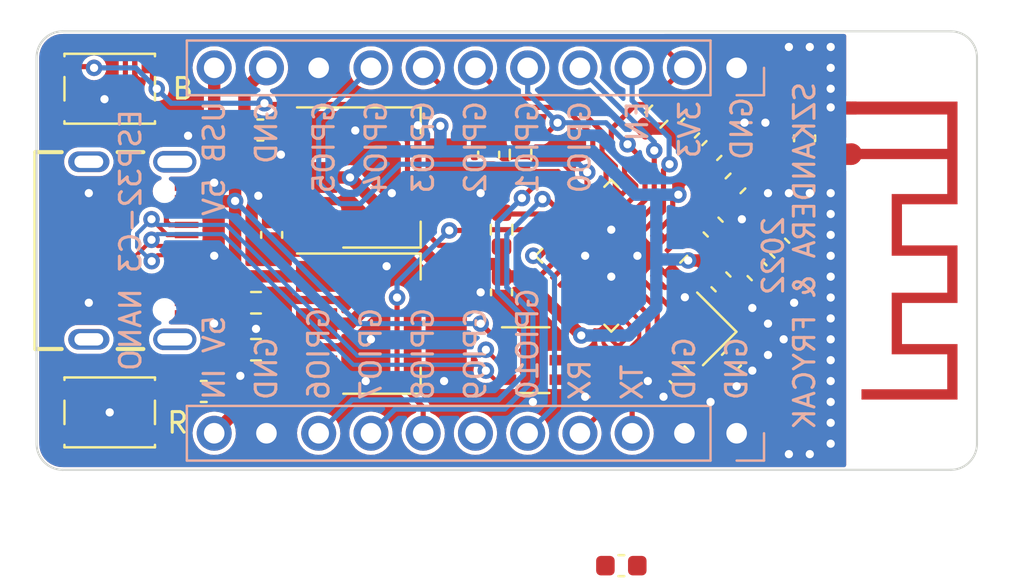
<source format=kicad_pcb>
(kicad_pcb (version 20211014) (generator pcbnew)
  (layers (0 "F.Cu" signal) (31 "B.Cu" signal) (34 "B.Paste" user) (35 "F.Paste" user) (36 "B.SilkS" user "B.Silkscreen") (37 "F.SilkS" user "F.Silkscreen") (38 "B.Mask" user) (39 "F.Mask" user) (44 "Edge.Cuts" user))
  (net 0 "")
  (net 1 "GND")
  (net 2 "Net-(C14-Pad1)")
  (net 3 "+3V3")
  (net 13 "VDD")
  (net 14 "Net-(J1-PadA5)")
  (net 15 "Net-(J1-PadB5)")
  (net 17 "/USB_D-")
  (net 18 "/USB_D+")
  (net 19 "/EN")
  (net 20 "/BOOT")
  (net 21 "/GPIO0")
  (net 22 "/GPIO1")
  (net 23 "/GPIO2")
  (net 24 "/GPIO3")
  (net 25 "/GPIO4")
  (net 26 "/GPIO5")
  (net 27 "/GPIO6")
  (net 28 "/GPIO7")
  (net 29 "/GPIO8")
  (net 30 "/GPIO10")
  (net 31 "/RX")
  (net 32 "/TX")
  (net 33 "/D_P")
  (net 34 "/D_N")
  (net 35 "/VIN")
  (net 36 "/USB_+5V")
  (net 37 "/GPIO9")
  (net 38 "/ANT")
  (net 39 "Net-(AE1-Pad1)")
  (net 40 "Net-(C15-Pad1)")
  (footprint "Resistor_SMD:R_0603_1608Metric" (layer "F.Cu") (at 161.036 74.422)
    (fp_text reference "R3" hide)
    (fp_text value "5k1" hide)
  )
  (footprint "Button_Switch_SMD:SW_SPST_PTS810" (layer "F.Cu") (at 153.924 64.008)
    (fp_text reference "SW2" hide)
    (fp_text value "SW_Push" hide)
  )
  (footprint "Capacitor_SMD:C_0603_1608Metric" (layer "F.Cu") (at 172.974 73.914 -90)
    (fp_text reference "C11" hide)
    (fp_text value "0.1u" hide)
  )
  (footprint "Package_SO:TSOP-6_1.65x3.05mm_P0.95mm" (layer "F.Cu") (at 174.498 77.216)
    (fp_text reference "IC1" hide)
    (fp_text value "STF202-22T1G" hide)
  )
  (footprint "Crystal:Crystal_SMD_2016-4Pin_2.0x1.6mm" (layer "F.Cu") (at 182.626 75.692 135)
    (fp_text reference "Y1" hide)
    (fp_text value "40MHz" hide)
  )
  (footprint "Resistor_SMD:R_0603_1608Metric" (layer "F.Cu") (at 173.898 67.214 90)
    (fp_text reference "R4" hide)
    (fp_text value "10k" hide)
  )
  (footprint "Capacitor_SMD:C_0603_1608Metric" (layer "F.Cu") (at 158.496 78.74)
    (fp_text reference "C4" hide)
    (fp_text value "1u" hide)
  )
  (footprint "Capacitor_SMD:C_0603_1608Metric" (layer "F.Cu") (at 183.261 70.739 -45)
    (fp_text reference "C13" hide)
    (fp_text value "5.3pF" hide)
  )
  (footprint "Capacitor_SMD:C_0603_1608Metric" (layer "F.Cu") (at 187.706 66.421 90)
    (fp_text reference "C12" hide)
    (fp_text value "3.9 pF" hide)
  )
  (footprint "Resistor_SMD:R_0603_1608Metric" (layer "F.Cu") (at 180.498 65.364 45)
    (fp_text reference "R1" hide)
    (fp_text value "10k" hide)
  )
  (footprint "Package_TO_SOT_SMD:SOT-223-3_TabPin2" (layer "F.Cu") (at 167.132 68.326)
    (fp_text reference "U1" hide)
    (fp_text value "LD1117S33TR_SOT223" hide)
  )
  (footprint "Capacitor_SMD:C_0603_1608Metric" (layer "F.Cu") (at 182.116 65.922 45)
    (fp_text reference "C9" hide)
    (fp_text value "1u" hide)
  )
  (footprint "Capacitor_SMD:C_0603_1608Metric" (layer "F.Cu") (at 161.798 71.12 -90)
    (fp_text reference "C1" hide)
    (fp_text value "100n" hide)
  )
  (footprint "Capacitor_SMD:C_0603_1608Metric" (layer "F.Cu") (at 183.198 67.014 45)
    (fp_text reference "C8" hide)
    (fp_text value "10u" hide)
  )
  (footprint "Capacitor_SMD:C_0603_1608Metric" (layer "F.Cu") (at 185.398 72.864 -45)
    (fp_text reference "C7" hide)
    (fp_text value "10u" hide)
  )
  (footprint "Package_TO_SOT_SMD:SOT-223" (layer "F.Cu") (at 167.132 75.438)
    (fp_text reference "D1" hide)
    (fp_text value "BAT120C" hide)
  )
  (footprint "ESP_Antenna:ESPRESSIF_ESP32_MIFA_2.4GHz_Right" (layer "F.Cu") (at 189.992 67.332 -90)
    (fp_text reference "AE1" hide)
    (fp_text value "Antenna_Shield" hide)
  )
  (footprint "Inductor_SMD:L_0603_1608Metric" (layer "F.Cu") (at 184.348 68.614 45)
    (fp_text reference "L1" hide)
    (fp_text value "1.8 nH" hide)
  )
  (footprint "Resistor_SMD:R_0603_1608Metric" (layer "F.Cu") (at 161.036 76.708)
    (fp_text reference "R2" hide)
    (fp_text value "5k1" hide)
  )
  (footprint "Resistor_SMD:R_0603_1608Metric" (layer "F.Cu") (at 172.974 70.866 90)
    (fp_text reference "R5" hide)
    (fp_text value "10k" hide)
  )
  (footprint "Package_DFN_QFN:QFN-32-1EP_5x5mm_P0.5mm_EP3.45x3.45mm" (layer "F.Cu") (at 178.308 72.136 -135)
    (fp_text reference "U2" hide)
    (fp_text value "ESP32-C3" hide)
  )
  (footprint "Capacitor_SMD:C_0603_1608Metric" (layer "F.Cu") (at 186.498 71.764 -45)
    (fp_text reference "C10" hide)
    (fp_text value "100n" hide)
  )
  (footprint "Capacitor_SMD:C_0603_1608Metric" (layer "F.Cu") (at 183.642 73.406 -45)
    (fp_text reference "C6" hide)
    (fp_text value "100n" hide)
  )
  (footprint "Capacitor_SMD:C_0603_1608Metric" (layer "F.Cu") (at 184.15 77.216 -135)
    (fp_text reference "C15" hide)
    (fp_text value "10p" hide)
  )
  (footprint "Capacitor_SMD:C_0603_1608Metric" (layer "F.Cu") (at 181.61 77.978 -45)
    (fp_text reference "C14" hide)
    (fp_text value "10p" hide)
  )
  (footprint "Capacitor_SMD:C_0603_1608Metric" (layer "F.Cu") (at 172.348 67.214 90)
    (fp_text reference "C3" hide)
    (fp_text value "10u" hide)
  )
  (footprint "Button_Switch_SMD:SW_SPST_PTS810" (layer "F.Cu") (at 153.924 79.756)
    (fp_text reference "SW1" hide)
    (fp_text value "SW_Push" hide)
  )
  (footprint "Capacitor_SMD:C_0603_1608Metric" (layer "F.Cu") (at 178.798 87.214)
    (fp_text reference "C5" hide)
    (fp_text value "100n" hide)
  )
  (footprint "Capacitor_SMD:C_0603_1608Metric" (layer "F.Cu") (at 161.248 66.014)
    (fp_text reference "C2" hide)
    (fp_text value "1u" hide)
  )
  (footprint "USB4105-GF-A:GCT_USB4105-GF-A" (layer "F.Cu") (at 152.908 71.882 -90)
    (fp_text reference "J1" hide)
    (fp_text value "USB4105-GF-A" hide)
  )
  (footprint "Connector_PinHeader_2.54mm:PinHeader_1x11_P2.54mm_Vertical" (layer "B.Cu") (at 184.404 62.992 90)
    (fp_text reference "J3" hide)
    (fp_text value "Conn_01x11_Male" hide)
  )
  (footprint "Connector_PinHeader_2.54mm:PinHeader_1x11_P2.54mm_Vertical" (layer "B.Cu") (at 184.404 80.772 90)
    (fp_text reference "J2" hide)
    (fp_text value "Conn_01x11_Male" hide)
  )
  (gr_arc (start 196.088 81.28) (mid 195.716026 82.178026) (end 194.818 82.55) (layer "Edge.Cuts") (width 0.1))
  (gr_line (start 150.368 79.756) (end 150.368 62.484) (layer "Edge.Cuts") (width 0.1))
  (gr_arc (start 150.368 62.484) (mid 150.739974 61.585974) (end 151.638 61.214) (layer "Edge.Cuts") (width 0.1))
  (gr_line (start 194.818 82.55) (end 151.638 82.55) (layer "Edge.Cuts") (width 0.1))
  (gr_arc (start 194.818 61.214) (mid 195.716026 61.585974) (end 196.088 62.484) (layer "Edge.Cuts") (width 0.1))
  (gr_line (start 150.368 81.28) (end 150.368 79.756) (layer "Edge.Cuts") (width 0.1))
  (gr_line (start 196.088 62.484) (end 196.088 81.28) (layer "Edge.Cuts") (width 0.1))
  (gr_arc (start 151.638 82.55) (mid 150.739974 82.178026) (end 150.368 81.28) (layer "Edge.Cuts") (width 0.1))
  (gr_line (start 151.638 61.214) (end 194.818 61.214) (layer "Edge.Cuts") (width 0.1))
  (gr_text "3V3" (at 182.118 64.516 90) (layer "B.SilkS") (effects (font (size 1 1)) (justify left mirror)))
  (gr_text "GPIO10" (at 174.244 79.248 90) (layer "B.SilkS") (effects (font (size 1 1)) (justify right mirror)))
  (gr_text "GND" (at 184.404 79.248 90) (layer "B.SilkS") (effects (font (size 1 1)) (justify right mirror)))
  (gr_text "GPIO3" (at 169.164 64.516 90) (layer "B.SilkS") (effects (font (size 1 1)) (justify left mirror)))
  (gr_text "GPIO4" (at 166.878 64.516 90) (layer "B.SilkS") (effects (font (size 1 1)) (justify left mirror)))
  (gr_text "GPIO0" (at 176.784 64.516 90) (layer "B.SilkS") (effects (font (size 1 1)) (justify left mirror)))
  (gr_text "GPIO6" (at 164.084 79.248 90) (layer "B.SilkS") (effects (font (size 1 1)) (justify right mirror)))
  (gr_text "GND" (at 161.544 79.248 90) (layer "B.SilkS") (effects (font (size 1 1)) (justify right mirror)))
  (gr_text "GND" (at 161.544 64.516 90) (layer "B.SilkS") (effects (font (size 1 1)) (justify left mirror)))
  (gr_text "GPIO1" (at 174.244 64.516 90) (layer "B.SilkS") (effects (font (size 1 1)) (justify left mirror)))
  (gr_text "2022" (at 186.182 72.136 90) (layer "B.SilkS") (effects (font (size 1 1)) (justify mirror)))
  (gr_text "GND" (at 184.658 64.322 90) (layer "B.SilkS") (effects (font (size 1 1)) (justify left mirror)))
  (gr_text "ESP32-C3 NANO" (at 154.94 71.374 90) (layer "B.SilkS") (effects (font (size 1 1)) (justify mirror)))
  (gr_text "GPIO2" (at 171.704 64.516 90) (layer "B.SilkS") (effects (font (size 1 1)) (justify left mirror)))
  (gr_text "GPIO9" (at 171.704 79.248 90) (layer "B.SilkS") (effects (font (size 1 1)) (justify right mirror)))
  (gr_text "GPIO5" (at 164.338 64.516 90) (layer "B.SilkS") (effects (font (size 1 1)) (justify left mirror)))
  (gr_text "5V IN" (at 159.004 79.248 90) (layer "B.SilkS") (effects (font (size 1 1)) (justify right mirror)))
  (gr_text "TX" (at 179.324 79.248 90) (layer "B.SilkS") (effects (font (size 1 1)) (justify right mirror)))
  (gr_text "GPIO7" (at 166.624 79.248 90) (layer "B.SilkS") (effects (font (size 1 1)) (justify right mirror)))
  (gr_text "SZKANDERA & FRYCAK" (at 187.706 72.136 90) (layer "B.SilkS") (effects (font (size 1 1)) (justify mirror)))
  (gr_text "RX" (at 176.784 79.248 90) (layer "B.SilkS") (effects (font (size 1 1)) (justify right mirror)))
  (gr_text "GND" (at 181.864 79.248 90) (layer "B.SilkS") (effects (font (size 1 1)) (justify right mirror)))
  (gr_text "GPIO8" (at 169.164 79.248 90) (layer "B.SilkS") (effects (font (size 1 1)) (justify right mirror)))
  (gr_text "EN" (at 179.578 64.516 90) (layer "B.SilkS") (effects (font (size 1 1)) (justify left mirror)))
  (gr_text "USB 5V" (at 159.004 64.516 90) (layer "B.SilkS") (effects (font (size 1 1)) (justify left mirror)))
  (gr_text "R\n" (at 157.226 80.264) (layer "F.SilkS") (effects (font (size 1 1))))
  (gr_text "B\n" (at 157.48 64.008) (layer "F.SilkS") (effects (font (size 1 1))))
  (segment (start 189.009 64.947) (end 188.976 64.914) (width 0.6) (layer "F.Cu") (net 1))
  (segment (start 182.519934 74.808117) (end 182.519934 74.786434) (width 0.25) (layer "F.Cu") (net 1))
  (segment (start 182.519934 74.786434) (end 181.88705 74.15355) (width 0.25) (layer "F.Cu") (net 1))
  (segment (start 158.648 75.082) (end 158.999701 75.433701) (width 0.6) (layer "F.Cu") (net 1))
  (segment (start 157.663 75.082) (end 158.648 75.082) (width 0.6) (layer "F.Cu") (net 1))
  (segment (start 182.732066 74.808117) (end 182.504117 74.808117) (width 0.25) (layer "F.Cu") (net 1))
  (segment (start 189.982 64.947) (end 189.009 64.947) (width 0.6) (layer "F.Cu") (net 1))
  (via (at 178.308 73.152) (size 0.8) (drill 0.4) (layers "F.Cu" "B.Cu") (net 1))
  (via (at 158.999701 75.433701) (size 0.8) (drill 0.4) (layers "F.Cu" "B.Cu") (net 1))
  (via (at 188.976 70.104) (size 0.8) (drill 0.4) (layers "F.Cu" "B.Cu") (net 1))
  (via (at 185.928 75.438) (size 0.8) (drill 0.4) (layers "F.Cu" "B.Cu") (net 1))
  (via (at 167.386 72.644) (size 0.8) (drill 0.4) (layers "F.Cu" "B.Cu") (net 1))
  (via (at 186.944 61.976) (size 0.8) (drill 0.4) (layers "F.Cu" "B.Cu") (net 1))
  (via (at 159.004 72.136) (size 0.8) (drill 0.4) (layers "F.Cu" "B.Cu") (net 1))
  (via (at 161.036 75.692) (size 0.8) (drill 0.4) (layers "F.Cu" "B.Cu") (net 1))
  (via (at 188.976 80.264) (size 0.8) (drill 0.4) (layers "F.Cu" "B.Cu") (net 1))
  (via (at 170.18 78.232) (size 0.8) (drill 0.4) (layers "F.Cu" "B.Cu") (net 1))
  (via (at 184.404 78.486) (size 0.8) (drill 0.4) (layers "F.Cu" "B.Cu") (net 1))
  (via (at 162.248 67.214) (size 0.8) (drill 0.4) (layers "F.Cu" "B.Cu") (net 1))
  (via (at 161.148 69.214) (size 0.8) (drill 0.4) (layers "F.Cu" "B.Cu") (net 1))
  (via (at 188.976 69.088) (size 0.8) (drill 0.4) (layers "F.Cu" "B.Cu") (net 1))
  (via (at 167.64 69.088) (size 0.8) (drill 0.4) (layers "F.Cu" "B.Cu") (net 1))
  (via (at 152.908 69.088) (size 0.8) (drill 0.4) (layers "F.Cu" "B.Cu") (net 1))
  (via (at 188.976 81.28) (size 0.8) (drill 0.4) (layers "F.Cu" "B.Cu") (net 1))
  (via (at 185.166 77.724) (size 0.8) (drill 0.4) (layers "F.Cu" "B.Cu") (net 1))
  (via (at 174.498 79.248) (size 0.8) (drill 0.4) (layers "F.Cu" "B.Cu") (net 1))
  (via (at 166.37 78.232) (size 0.8) (drill 0.4) (layers "F.Cu" "B.Cu") (net 1))
  (via (at 184.658 70.358) (size 0.8) (drill 0.4) (layers "F.Cu" "B.Cu") (net 1))
  (via (at 188.976 72.136) (size 0.8) (drill 0.4) (layers "F.Cu" "B.Cu") (net 1))
  (via (at 186.944 81.788) (size 0.8) (drill 0.4) (layers "F.Cu" "B.Cu") (net 1))
  (via (at 180.086 78.232) (size 0.8) (drill 0.4) (layers "F.Cu" "B.Cu") (net 1))
  (via (at 157.734 66.294) (size 0.8) (drill 0.4) (layers "F.Cu" "B.Cu") (net 1))
  (via (at 178.308 70.866) (size 0.8) (drill 0.4) (layers "F.Cu" "B.Cu") (net 1))
  (via (at 183.134 79.248) (size 0.8) (drill 0.4) (layers "F.Cu" "B.Cu") (net 1))
  (via (at 177.038 78.994) (size 0.8) (drill 0.4) (layers "F.Cu" "B.Cu") (net 1))
  (via (at 177.038 72.136) (size 0.8) (drill 0.4) (layers "F.Cu" "B.Cu") (net 1))
  (via (at 152.908 74.422) (size 0.8) (drill 0.4) (layers "F.Cu" "B.Cu") (net 1))
  (via (at 159.004 68.58) (size 0.8) (drill 0.4) (layers "F.Cu" "B.Cu") (net 1))
  (via (at 185.801 65.659) (size 0.8) (drill 0.4) (layers "F.Cu" "B.Cu") (net 1))
  (via (at 153.67 64.516) (size 0.8) (drill 0.4) (layers "F.Cu" "B.Cu") (net 1))
  (via (at 187.96 69.088) (size 0.8) (drill 0.4) (layers "F.Cu" "B.Cu") (net 1))
  (via (at 188.976 76.2) (size 0.8) (drill 0.4) (layers "F.Cu" "B.Cu") (net 1))
  (via (at 160.274 77.978) (size 0.8) (drill 0.4) (layers "F.Cu" "B.Cu") (net 1))
  (via (at 166.624 76.2) (size 0.8) (drill 0.4) (layers "F.Cu" "B.Cu") (net 1))
  (via (at 188.976 78.232) (size 0.8) (drill 0.4) (layers "F.Cu" "B.Cu") (net 1))
  (via (at 187.96 61.976) (size 0.8) (drill 0.4) (layers "F.Cu" "B.Cu") (net 1))
  (via (at 171.958 69.088) (size 0.8) (drill 0.4) (layers "F.Cu" "B.Cu") (net 1))
  (via (at 171.958 73.914) (size 0.8) (drill 0.4) (layers "F.Cu" "B.Cu") (net 1))
  (via (at 187.198 74.422) (size 0.8) (drill 0.4) (layers "F.Cu" "B.Cu") (net 1))
  (via (at 186.944 69.088) (size 0.8) (drill 0.4) (layers "F.Cu" "B.Cu") (net 1))
  (via (at 165.862 66.04) (size 0.8) (drill 0.4) (layers "F.Cu" "B.Cu") (net 1))
  (via (at 181.88705 74.15355) (size 0.8) (drill 0.4) (layers "F.Cu" "B.Cu") (net 1))
  (via (at 188.976 71.12) (size 0.8) (drill 0.4) (layers "F.Cu" "B.Cu") (net 1))
  (via (at 188.976 64.914) (size 0.8) (drill 0.4) (layers "F.Cu" "B.Cu") (net 1))
  (via (at 187.96 81.788) (size 0.8) (drill 0.4) (layers "F.Cu" "B.Cu") (net 1))
  (via (at 188.976 79.248) (size 0.8) (drill 0.4) (layers "F.Cu" "B.Cu") (net 1))
  (via (at 188.976 62.992) (size 0.8) (drill 0.4) (layers "F.Cu" "B.Cu") (net 1))
  (via (at 186.69 76.2) (size 0.8) (drill 0.4) (layers "F.Cu" "B.Cu") (net 1))
  (via (at 185.928 76.962) (size 0.8) (drill 0.4) (layers "F.Cu" "B.Cu") (net 1))
  (via (at 184.785 65.659) (size 0.8) (drill 0.4) (layers "F.Cu" "B.Cu") (net 1))
  (via (at 188.976 73.152) (size 0.8) (drill 0.4) (layers "F.Cu" "B.Cu") (net 1))
  (via (at 180.848 78.994) (size 0.8) (drill 0.4) (layers "F.Cu" "B.Cu") (net 1))
  (via (at 188.976 75.184) (size 0.8) (drill 0.4) (layers "F.Cu" "B.Cu") (net 1))
  (via (at 188.976 74.168) (size 0.8) (drill 0.4) (layers "F.Cu" "B.Cu") (net 1))
  (via (at 168.91 65.786) (size 0.8) (drill 0.4) (layers "F.Cu" "B.Cu") (net 1))
  (via (at 188.976 77.216) (size 0.8) (drill 0.4) (layers "F.Cu" "B.Cu") (net 1))
  (via (at 185.928 69.088) (size 0.8) (drill 0.4) (layers "F.Cu" "B.Cu") (net 1))
  (via (at 188.976 64.008) (size 0.8) (drill 0.4) (layers "F.Cu" "B.Cu") (net 1))
  (via (at 153.924 79.756) (size 0.8) (drill 0.4) (layers "F.Cu" "B.Cu") (net 1))
  (via (at 185.166 74.676) (size 0.8) (drill 0.4) (layers "F.Cu" "B.Cu") (net 1))
  (via (at 179.578 72.136) (size 0.8) (drill 0.4) (layers "F.Cu" "B.Cu") (net 1))
  (via (at 188.976 61.976) (size 0.8) (drill 0.4) (layers "F.Cu" "B.Cu") (net 1))
  (segment (start 180.208349 73.682796) (end 181.742117 75.216564) (width 0.25) (layer "F.Cu") (net 2))
  (segment (start 181.061992 77.429992) (end 181.061992 76.266059) (width 0.25) (layer "F.Cu") (net 2))
  (segment (start 181.061992 76.266059) (end 181.742117 75.585934) (width 0.25) (layer "F.Cu") (net 2))
  (segment (start 181.742117 75.216564) (end 181.742117 75.585934) (width 0.25) (layer "F.Cu") (net 2))
  (segment (start 182.6 72.364) (end 182.048 72.364) (width 0.6) (layer "F.Cu") (net 3))
  (segment (start 182.048 72.364) (end 181.527146 72.364) (width 0.25) (layer "F.Cu") (net 3))
  (segment (start 175.34699 72.622136) (end 175.339864 72.622136) (width 0.25) (layer "F.Cu") (net 3))
  (segment (start 181.57154 69.164) (end 181.57154 68.64046) (width 0.6) (layer "F.Cu") (net 3))
  (segment (start 165.608 68.328102) (end 169.819898 72.54) (width 0.6) (layer "F.Cu") (net 3))
  (segment (start 175.339864 72.622136) (end 174.398 73.564) (width 0.25) (layer "F.Cu") (net 3))
  (segment (start 180.915457 72.975689) (end 181.26901 72.622136) (width 0.25) (layer "F.Cu") (net 3))
  (segment (start 173.973 73.139) (end 172.974 73.139) (width 0.6) (layer "F.Cu") (net 3))
  (segment (start 180.915456 71.296311) (end 180.915456 71.29631) (width 0.25) (layer "F.Cu") (net 3))
  (segment (start 163.982 68.326) (end 165.608 68.326) (width 0.6) (layer "F.Cu") (net 3))
  (segment (start 180.561903 70.942757) (end 181.29656 70.2081) (width 0.25) (layer "F.Cu") (net 3))
  (segment (start 160.473 66.839) (end 160.473 66.014) (width 0.6) (layer "F.Cu") (net 3))
  (segment (start 161.96 68.326) (end 160.473 66.839) (width 0.6) (layer "F.Cu") (net 3))
  (segment (start 182.649992 67.552008) (end 181.567992 66.470008) (width 0.6) (layer "F.Cu") (net 3))
  (segment (start 184.307992 72.857992) (end 183.093992 72.857992) (width 0.6) (layer "F.Cu") (net 3))
  (segment (start 180.561903 70.942757) (end 180.569243 70.942757) (width 0.25) (layer "F.Cu") (net 3))
  (segment (start 160.473 64.063) (end 161.544 62.992) (width 0.6) (layer "F.Cu") (net 3))
  (segment (start 169.998 68.042) (end 170.282 68.326) (width 0.6) (layer "F.Cu") (net 3))
  (segment (start 181.57154 68.64046) (end 182.649992 67.562008) (width 0.6) (layer "F.Cu") (net 3))
  (segment (start 170.619 67.989) (end 170.282 68.326) (width 0.6) (layer "F.Cu") (net 3))
  (segment (start 185.949992 71.215992) (end 184.849992 72.315992) (width 0.6) (layer "F.Cu") (net 3))
  (segment (start 177.114757 69.882097) (end 176.416 69.18334) (width 0.25) (layer "F.Cu") (net 3))
  (segment (start 169.819898 72.54) (end 172.974 72.54) (width 0.6) (layer "F.Cu") (net 3))
  (segment (start 172.974 72.136) (end 172.974 71.691) (width 0.6) (layer "F.Cu") (net 3))
  (segment (start 181.567992 66.470008) (end 181.045347 65.947363) (width 0.6) (layer "F.Cu") (net 3))
  (segment (start 175.723 68.039) (end 173.898 68.039) (width 0.25) (layer "F.Cu") (net 3))
  (segment (start 174.398 73.564) (end 173.973 73.139) (width 0.6) (layer "F.Cu") (net 3))
  (segment (start 181.527146 72.364) (end 181.26901 72.622136) (width 0.25) (layer "F.Cu") (net 3))
  (segment (start 172.974 73.139) (end 172.974 72.54) (width 0.6) (layer "F.Cu") (net 3))
  (segment (start 176.416 69.18334) (end 176.416 68.732) (width 0.25) (layer "F.Cu") (net 3))
  (segment (start 181.29656 69.43898) (end 181.57154 69.164) (width 0.25) (layer "F.Cu") (net 3))
  (segment (start 180.915456 72.975689) (end 180.915457 72.975689) (width 0.25) (layer "F.Cu") (net 3))
  (segment (start 172.974 72.54) (end 172.974 72.136) (width 0.6) (layer "F.Cu") (net 3))
  (segment (start 184.849992 72.315992) (end 184.307992 72.857992) (width 0.6) (layer "F.Cu") (net 3))
  (segment (start 181.045347 65.947363) (end 179.914637 65.947363) (width 0.6) (layer "F.Cu") (net 3))
  (segment (start 163.982 68.326) (end 161.96 68.326) (width 0.6) (layer "F.Cu") (net 3))
  (segment (start 183.093992 72.857992) (end 182.6 72.364) (width 0.6) (layer "F.Cu") (net 3))
  (segment (start 160.473 66.014) (end 160.473 64.063) (width 0.6) (layer "F.Cu") (net 3))
  (segment (start 176.848 76.014) (end 174.398 73.564) (width 0.6) (layer "F.Cu") (net 3))
  (segment (start 172.398 68.039) (end 172.348 67.989) (width 0.6) (layer "F.Cu") (net 3))
  (segment (start 182.649992 67.562008) (end 182.649992 67.552008) (width 0.6) (layer "F.Cu") (net 3))
  (segment (start 181.29656 70.2081) (end 181.29656 69.43898) (width 0.25) (layer "F.Cu") (net 3))
  (segment (start 172.348 67.989) (end 170.619 67.989) (width 0.6) (layer "F.Cu") (net 3))
  (segment (start 173.898 68.039) (end 172.398 68.039) (width 0.6) (layer "F.Cu") (net 3))
  (segment (start 165.608 68.326) (end 165.608 68.328102) (width 0.6) (layer "F.Cu") (net 3))
  (segment (start 169.998 65.814) (end 169.998 68.042) (width 0.6) (layer "F.Cu") (net 3))
  (segment (start 176.416 68.732) (end 175.723 68.039) (width 0.25) (layer "F.Cu") (net 3))
  (segment (start 180.915456 71.29631) (end 180.561903 70.942757) (width 0.25) (layer "F.Cu") (net 3))
  (via (at 181.57154 69.164) (size 0.8) (drill 0.4) (layers "F.Cu" "B.Cu") (net 3))
  (via (at 182.048 72.364) (size 0.8) (drill 0.4) (layers "F.Cu" "B.Cu") (net 3))
  (via (at 169.998 65.814) (size 0.8) (drill 0.4) (layers "F.Cu" "B.Cu") (net 3))
  (via (at 165.608 68.326) (size 0.8) (drill 0.4) (layers "F.Cu" "B.Cu") (net 3))
  (via (at 176.848 76.014) (size 0.8) (drill 0.4) (layers "F.Cu" "B.Cu") (net 3))
  (segment (start 180.548 69.164) (end 181.57154 69.164) (width 0.6) (layer "B.Cu") (net 3))
  (segment (start 166.878 67.056) (end 170.006 67.056) (width 0.6) (layer "B.Cu") (net 3))
  (segment (start 180.498 69.214) (end 180.548 69.164) (width 0.6) (layer "B.Cu") (net 3))
  (segment (start 170.006 65.822) (end 169.998 65.814) (width 0.6) (layer "B.Cu") (net 3))
  (segment (start 165.608 68.326) (end 166.878 67.056) (width 0.6) (layer "B.Cu") (net 3))
  (segment (start 180.498 72.314) (end 181.998 72.314) (width 0.6) (layer "B.Cu") (net 3))
  (segment (start 177.396602 67.056) (end 179.504602 69.164) (width 0.6) (layer "B.Cu") (net 3))
  (segment (start 180.498 74.664) (end 179.148 76.014) (width 0.6) (layer "B.Cu") (net 3))
  (segment (start 180.498 72.314) (end 180.498 74.664) (width 0.6) (layer "B.Cu") (net 3))
  (segment (start 180.498 72.314) (end 180.498 69.214) (width 0.6) (layer "B.Cu") (net 3))
  (segment (start 179.148 76.014) (end 176.848 76.014) (width 0.6) (layer "B.Cu") (net 3))
  (segment (start 179.504602 69.164) (end 180.548 69.164) (width 0.6) (layer "B.Cu") (net 3))
  (segment (start 181.998 72.314) (end 182.048 72.364) (width 0.6) (layer "B.Cu") (net 3))
  (segment (start 170.006 67.056) (end 177.396602 67.056) (width 0.6) (layer "B.Cu") (net 3))
  (segment (start 170.006 67.056) (end 170.006 65.822) (width 0.6) (layer "B.Cu") (net 3))
  (segment (start 163.982 70.626) (end 165.368 70.626) (width 0.6) (layer "F.Cu") (net 13))
  (segment (start 165.608 75.438) (end 163.982 75.438) (width 0.6) (layer "F.Cu") (net 13))
  (segment (start 165.368 70.626) (end 166.37 71.628) (width 0.6) (layer "F.Cu") (net 13))
  (segment (start 166.37 71.628) (end 166.37 74.676) (width 0.6) (layer "F.Cu") (net 13))
  (segment (start 163.701 70.345) (end 163.982 70.626) (width 0.6) (layer "F.Cu") (net 13))
  (segment (start 161.798 70.345) (end 163.701 70.345) (width 0.6) (layer "F.Cu") (net 13))
  (segment (start 166.37 74.676) (end 165.608 75.438) (width 0.6) (layer "F.Cu") (net 13))
  (segment (start 154.686 70.104) (end 154.686 77.216) (width 0.25) (layer "F.Cu") (net 14))
  (segment (start 155.194 69.596) (end 154.686 70.104) (width 0.25) (layer "F.Cu") (net 14))
  (segment (start 159.195 77.724) (end 160.211 76.708) (width 0.25) (layer "F.Cu") (net 14))
  (segment (start 154.686 77.216) (end 155.194 77.724) (width 0.25) (layer "F.Cu") (net 14))
  (segment (start 156.680511 70.474511) (end 156.680511 70.057394) (width 0.25) (layer "F.Cu") (net 14))
  (segment (start 156.219117 69.596) (end 155.194 69.596) (width 0.25) (layer "F.Cu") (net 14))
  (segment (start 156.680511 70.057394) (end 156.219117 69.596) (width 0.25) (layer "F.Cu") (net 14))
  (segment (start 156.838 70.632) (end 156.680511 70.474511) (width 0.25) (layer "F.Cu") (net 14))
  (segment (start 155.194 77.724) (end 159.195 77.724) (width 0.25) (layer "F.Cu") (net 14))
  (segment (start 157.663 70.632) (end 156.838 70.632) (width 0.25) (layer "F.Cu") (net 14))
  (segment (start 159.004 76.454) (end 159.004 76.708) (width 0.25) (layer "F.Cu") (net 15))
  (segment (start 158.43752 77.27448) (end 155.50648 77.27448) (width 0.25) (layer "F.Cu") (net 15))
  (segment (start 155.984 73.632) (end 157.663 73.632) (width 0.25) (layer "F.Cu") (net 15))
  (segment (start 160.211 75.247) (end 159.004 76.454) (width 0.25) (layer "F.Cu") (net 15))
  (segment (start 155.194 74.422) (end 155.984 73.632) (width 0.25) (layer "F.Cu") (net 15))
  (segment (start 159.004 76.708) (end 158.43752 77.27448) (width 0.25) (layer "F.Cu") (net 15))
  (segment (start 160.211 74.422) (end 160.211 75.247) (width 0.25) (layer "F.Cu") (net 15))
  (segment (start 155.50648 77.27448) (end 155.194 76.962) (width 0.25) (layer "F.Cu") (net 15))
  (segment (start 155.194 76.962) (end 155.194 74.422) (width 0.25) (layer "F.Cu") (net 15))
  (segment (start 178.26711 76.187953) (end 178.501057 76.4219) (width 0.2) (layer "F.Cu") (net 17))
  (segment (start 179.21683 75.98897) (end 179.21683 75.519704) (width 0.2) (layer "F.Cu") (net 17))
  (segment (start 178.218213 76.704741) (end 177.984267 76.470795) (width 0.2) (layer "F.Cu") (net 17))
  (segment (start 177.984267 76.187953) (end 177.984267 76.187952) (width 0.2) (layer "F.Cu") (net 17))
  (segment (start 176.433001 77.466) (end 177.7398 77.466) (width 0.2) (layer "F.Cu") (net 17))
  (segment (start 177.7398 77.466) (end 178.218214 76.987584) (width 0.2) (layer "F.Cu") (net 17))
  (segment (start 176.183001 77.216) (end 176.433001 77.466) (width 0.2) (layer "F.Cu") (net 17))
  (segment (start 175.658 77.216) (end 176.183001 77.216) (width 0.2) (layer "F.Cu") (net 17))
  (segment (start 178.7839 76.4219) (end 179.21683 75.98897) (width 0.2) (layer "F.Cu") (net 17))
  (segment (start 179.21683 75.519704) (end 178.794136 75.09701) (width 0.2) (layer "F.Cu") (net 17))
  (segment (start 178.501057 76.4219) (end 178.501056 76.4219) (width 0.2) (layer "F.Cu") (net 17))
  (arc (start 177.984267 76.470795) (mid 177.925689 76.329374) (end 177.984267 76.187953) (width 0.2) (layer "F.Cu") (net 17))
  (arc (start 177.984267 76.187952) (mid 178.125689 76.129374) (end 178.26711 76.187953) (width 0.2) (layer "F.Cu") (net 17))
  (arc (start 178.218214 76.987584) (mid 178.276792 76.846162) (end 178.218213 76.704741) (width 0.2) (layer "F.Cu") (net 17))
  (arc (start 178.501056 76.4219) (mid 178.642478 76.480479) (end 178.7839 76.4219) (width 0.2) (layer "F.Cu") (net 17))
  (segment (start 179.66683 75.262597) (end 179.66683 76.17537) (width 0.2) (layer "F.Cu") (net 18))
  (segment (start 177.9262 77.916) (end 176.433001 77.916) (width 0.2) (layer "F.Cu") (net 18))
  (segment (start 176.433001 77.916) (end 176.183001 78.166) (width 0.2) (layer "F.Cu") (net 18))
  (segment (start 176.183001 78.166) (end 175.658 78.166) (width 0.2) (layer "F.Cu") (net 18))
  (segment (start 179.147689 74.743456) (end 179.66683 75.262597) (width 0.2) (layer "F.Cu") (net 18))
  (segment (start 179.66683 76.17537) (end 177.9262 77.916) (width 0.2) (layer "F.Cu") (net 18))
  (segment (start 154.23648 69.53752) (end 154.686 69.088) (width 0.25) (layer "F.Cu") (net 19))
  (segment (start 154.237 78.681) (end 151.849 78.681) (width 0.25) (layer "F.Cu") (net 19))
  (segment (start 181.081363 64.780637) (end 181.081363 63.774637) (width 0.25) (layer "F.Cu") (net 19))
  (segment (start 179.498 68.714) (end 178.95304 68.16904) (width 0.25) (layer "F.Cu") (net 19))
  (segment (start 180.689489 61.817489) (end 181.864 62.992) (width 0.25) (layer "F.Cu") (net 19))
  (segment (start 178.308718 66.944168) (end 178.308718 65.964) (width 0.25) (layer "F.Cu") (net 19))
  (segment (start 181.081363 63.774637) (end 181.864 62.992) (width 0.25) (layer "F.Cu") (net 19))
  (segment (start 178.95304 67.58849) (end 178.308718 66.944168) (width 0.25) (layer "F.Cu") (net 19))
  (segment (start 154.686 62.23) (end 155.098511 61.817489) (width 0.25) (layer "F.Cu") (net 19))
  (segment (start 179.147689 69.514311) (end 179.498 69.164) (width 0.25) (layer "F.Cu") (net 19))
  (segment (start 155.999 78.681) (end 157.526 78.681) (width 0.25) (layer "F.Cu") (net 19))
  (segment (start 179.492081 64.780637) (end 181.081363 64.780637) (width 0.25) (layer "F.Cu") (net 19))
  (segment (start 154.23252 78.67652) (end 154.237 78.681) (width 0.25) (layer "F.Cu") (net 19))
  (segment (start 179.498 69.164) (end 179.498 68.714) (width 0.25) (layer "F.Cu") (net 19))
  (segment (start 178.95304 68.16904) (end 178.95304 67.58849) (width 0.25) (layer "F.Cu") (net 19))
  (segment (start 181.864 62.992) (end 181.419 62.992) (width 0.6) (layer "F.Cu") (net 19))
  (segment (start 155.098511 61.817489) (end 180.689489 61.817489) (width 0.25) (layer "F.Cu") (net 19))
  (segment (start 179.147689 69.528544) (end 179.147689 69.514311) (width 0.25) (layer "F.Cu") (net 19))
  (segment (start 155.999 78.681) (end 154.237 78.681) (width 0.25) (layer "F.Cu") (net 19))
  (segment (start 178.308718 65.964) (end 179.492081 64.780637) (width 0.25) (layer "F.Cu") (net 19))
  (segment (start 154.686 69.088) (end 154.686 62.23) (width 0.25) (layer "F.Cu") (net 19))
  (segment (start 154.23648 78.68048) (end 154.23648 69.53752) (width 0.25) (layer "F.Cu") (net 19))
  (segment (start 161.504 64.77) (end 161.448 64.714) (width 0.25) (layer "F.Cu") (net 20))
  (segment (start 153.103 62.933) (end 153.162 62.992) (width 0.25) (layer "F.Cu") (net 20))
  (segment (start 162.814 64.77) (end 161.504 64.77) (width 0.25) (layer "F.Cu") (net 20))
  (segment (start 151.849 62.933) (end 153.103 62.933) (width 0.25) (layer "F.Cu") (net 20))
  (segment (start 168.402 66.548) (end 168.402 70.104) (width 0.25) (layer "F.Cu") (net 20))
  (segment (start 169.926 71.628) (end 171.45 71.628) (width 0.25) (layer "F.Cu") (net 20))
  (segment (start 171.45 71.628) (end 172.212 70.866) (width 0.25) (layer "F.Cu") (net 20))
  (segment (start 168.402 70.104) (end 169.926 71.628) (width 0.25) (layer "F.Cu") (net 20))
  (segment (start 172.212 70.866) (end 175.270233 70.866) (width 0.25) (layer "F.Cu") (net 20))
  (segment (start 162.814 64.77) (end 166.624 64.77) (width 0.25) (layer "F.Cu") (net 20))
  (segment (start 166.624 64.77) (end 168.402 66.548) (width 0.25) (layer "F.Cu") (net 20))
  (segment (start 155.999 62.933) (end 155.999 63.797) (width 0.25) (layer "F.Cu") (net 20))
  (segment (start 175.270233 70.866) (end 175.700544 71.296311) (width 0.25) (layer "F.Cu") (net 20))
  (segment (start 155.999 63.797) (end 156.21 64.008) (width 0.25) (layer "F.Cu") (net 20))
  (via (at 153.162 62.992) (size 0.8) (drill 0.4) (layers "F.Cu" "B.Cu") (net 20))
  (via (at 156.21 64.008) (size 0.8) (drill 0.4) (layers "F.Cu" "B.Cu") (net 20))
  (via (at 161.448 64.714) (size 0.8) (drill 0.4) (layers "F.Cu" "B.Cu") (net 20))
  (segment (start 161.448 64.714) (end 156.916 64.714) (width 0.25) (layer "B.Cu") (net 20))
  (segment (start 156.916 64.714) (end 156.21 64.008) (width 0.25) (layer "B.Cu") (net 20))
  (segment (start 155.194 62.992) (end 154.686 62.992) (width 0.25) (layer "B.Cu") (net 20))
  (segment (start 153.162 62.992) (end 154.686 62.992) (width 0.25) (layer "B.Cu") (net 20))
  (segment (start 156.21 64.008) (end 155.194 62.992) (width 0.25) (layer "B.Cu") (net 20))
  (segment (start 180.84704 67.976423) (end 181.14175 67.681713) (width 0.25) (layer "F.Cu") (net 21))
  (segment (start 180.84704 68.56496) (end 180.84704 67.976423) (width 0.25) (layer "F.Cu") (net 21))
  (segment (start 180.208349 70.589204) (end 180.84704 69.950513) (width 0.25) (layer "F.Cu") (net 21))
  (segment (start 180.84704 69.950513) (end 180.84704 68.56496) (width 0.25) (layer "F.Cu") (net 21))
  (segment (start 179.324 62.992) (end 179.324 63.437) (width 0.25) (layer "F.Cu") (net 21))
  (via (at 181.14175 67.681713) (size 0.8) (drill 0.4) (layers "F.Cu" "B.Cu") (net 21))
  (segment (start 181.122511 66.388511) (end 179.324 64.59) (width 0.25) (layer "B.Cu") (net 21))
  (segment (start 179.324 62.992) (end 179.324 64.59) (width 0.25) (layer "B.Cu") (net 21))
  (segment (start 181.122511 67.700952) (end 181.122511 66.388511) (width 0.25) (layer "B.Cu") (net 21))
  (segment (start 181.14175 67.681713) (end 181.122511 67.700952) (width 0.25) (layer "B.Cu") (net 21))
  (segment (start 179.854796 70.235651) (end 180.39752 69.692927) (width 0.25) (layer "F.Cu") (net 22))
  (segment (start 180.39752 69.692927) (end 180.39752 67.01448) (width 0.25) (layer "F.Cu") (net 22))
  (segment (start 180.39752 67.01448) (end 180.398 67.014) (width 0.25) (layer "F.Cu") (net 22))
  (via (at 180.398 67.014) (size 0.8) (drill 0.4) (layers "F.Cu" "B.Cu") (net 22))
  (segment (start 180.398 66.606) (end 176.784 62.992) (width 0.25) (layer "B.Cu") (net 22))
  (segment (start 180.398 67.014) (end 180.398 66.606) (width 0.25) (layer "B.Cu") (net 22))
  (segment (start 179.590859 68.171141) (end 179.590859 67.201711) (width 0.25) (layer "F.Cu") (net 23))
  (segment (start 179.948 69.43534) (end 179.948 68.528282) (width 0.25) (layer "F.Cu") (net 23))
  (segment (start 174.244 62.992) (end 174.447435 62.992) (width 0.25) (layer "F.Cu") (net 23))
  (segment (start 179.501243 69.882097) (end 179.948 69.43534) (width 0.25) (layer "F.Cu") (net 23))
  (segment (start 179.948 68.528282) (end 179.590859 68.171141) (width 0.25) (layer "F.Cu") (net 23))
  (segment (start 173.898 66.389) (end 174.973 66.389) (width 0.25) (layer "F.Cu") (net 23))
  (segment (start 179.590859 67.201711) (end 179.100574 66.711426) (width 0.25) (layer "F.Cu") (net 23))
  (segment (start 174.973 66.389) (end 175.698 65.664) (width 0.25) (layer "F.Cu") (net 23))
  (via (at 179.100574 66.711426) (size 0.8) (drill 0.4) (layers "F.Cu" "B.Cu") (net 23))
  (via (at 175.698 65.664) (size 0.8) (drill 0.4) (layers "F.Cu" "B.Cu") (net 23))
  (segment (start 178.053148 65.664) (end 179.100574 66.711426) (width 0.25) (layer "B.Cu") (net 23))
  (segment (start 175.698 65.664) (end 178.053148 65.664) (width 0.25) (layer "B.Cu") (net 23))
  (segment (start 174.244 64.21) (end 174.244 62.992) (width 0.25) (layer "B.Cu") (net 23))
  (segment (start 175.698 65.664) (end 174.244 64.21) (width 0.25) (layer "B.Cu") (net 23))
  (segment (start 173.176 64.464) (end 171.704 62.992) (width 0.25) (layer "F.Cu") (net 24))
  (segment (start 177.859198 66.114) (end 176.209198 64.464) (width 0.25) (layer "F.Cu") (net 24))
  (segment (start 177.859198 67.130366) (end 177.859198 66.114) (width 0.25) (layer "F.Cu") (net 24))
  (segment (start 178.794136 69.17499) (end 178.50352 68.884374) (width 0.25) (layer "F.Cu") (net 24))
  (segment (start 178.50352 67.774688) (end 177.859198 67.130366) (width 0.25) (layer "F.Cu") (net 24))
  (segment (start 178.50352 68.884374) (end 178.50352 67.774688) (width 0.25) (layer "F.Cu") (net 24))
  (segment (start 176.209198 64.464) (end 173.176 64.464) (width 0.25) (layer "F.Cu") (net 24))
  (segment (start 171.08552 64.91352) (end 176.023 64.91352) (width 0.25) (layer "F.Cu") (net 25))
  (segment (start 177.821864 69.066136) (end 177.821864 69.17499) (width 0.25) (layer "F.Cu") (net 25))
  (segment (start 177.409678 67.316564) (end 178.054 67.960886) (width 0.25) (layer "F.Cu") (net 25))
  (segment (start 178.054 67.960886) (end 178.054 68.834) (width 0.25) (layer "F.Cu") (net 25))
  (segment (start 169.164 62.992) (end 171.08552 64.91352) (width 0.25) (layer "F.Cu") (net 25))
  (segment (start 178.054 68.834) (end 177.821864 69.066136) (width 0.25) (layer "F.Cu") (net 25))
  (segment (start 176.023 64.91352) (end 177.409678 66.300198) (width 0.25) (layer "F.Cu") (net 25))
  (segment (start 177.409678 66.300198) (end 177.409678 67.316564) (width 0.25) (layer "F.Cu") (net 25))
  (segment (start 177.125486 69.185719) (end 177.125486 68.087014) (width 0.25) (layer "F.Cu") (net 26))
  (segment (start 177.468311 69.528544) (end 177.125486 69.185719) (width 0.25) (layer "F.Cu") (net 26))
  (segment (start 177.125486 68.087014) (end 177.1405 68.072) (width 0.25) (layer "F.Cu") (net 26))
  (via (at 177.1405 68.072) (size 0.8) (drill 0.4) (layers "F.Cu" "B.Cu") (net 26))
  (segment (start 164.084 65.532) (end 166.624 62.992) (width 0.25) (layer "B.Cu") (net 26))
  (segment (start 166.116 69.596) (end 165.1 69.596) (width 0.25) (layer "B.Cu") (net 26))
  (segment (start 164.084 68.58) (end 164.084 65.532) (width 0.25) (layer "B.Cu") (net 26))
  (segment (start 165.1 69.596) (end 164.084 68.58) (width 0.25) (layer "B.Cu") (net 26))
  (segment (start 176.74902 67.68052) (end 168.03148 67.68052) (width 0.25) (layer "B.Cu") (net 26))
  (segment (start 177.1405 68.072) (end 176.74902 67.68052) (width 0.25) (layer "B.Cu") (net 26))
  (segment (start 168.03148 67.68052) (end 166.116 69.596) (width 0.25) (layer "B.Cu") (net 26))
  (segment (start 175.96648 69.03248) (end 175.96648 69.440927) (width 0.25) (layer "F.Cu") (net 27))
  (segment (start 175.554067 68.620067) (end 175.96648 69.03248) (width 0.25) (layer "F.Cu") (net 27))
  (segment (start 176.761204 70.235651) (end 175.96648 69.440927) (width 0.25) (layer "F.Cu") (net 27))
  (segment (start 174.673407 68.620067) (end 175.554067 68.620067) (width 0.25) (layer "F.Cu") (net 27))
  (segment (start 174.673407 68.620067) (end 173.965638 69.327836) (width 0.25) (layer "F.Cu") (net 27))
  (via (at 173.965638 69.327836) (size 0.8) (drill 0.4) (layers "F.Cu" "B.Cu") (net 27))
  (segment (start 174.04848 75.124812) (end 174.04848 77.91952) (width 0.25) (layer "B.Cu") (net 27))
  (segment (start 165.708031 79.147969) (end 164.084 80.772) (width 0.25) (layer "B.Cu") (net 27))
  (segment (start 174.04848 77.91952) (end 172.820031 79.147969) (width 0.25) (layer "B.Cu") (net 27))
  (segment (start 172.77848 73.854811) (end 174.04848 75.124812) (width 0.25) (layer "B.Cu") (net 27))
  (segment (start 172.77848 70.514994) (end 172.77848 73.854811) (width 0.25) (layer "B.Cu") (net 27))
  (segment (start 173.965638 69.327836) (end 172.77848 70.514994) (width 0.25) (layer "B.Cu") (net 27))
  (segment (start 172.820031 79.147969) (end 165.708031 79.147969) (width 0.25) (layer "B.Cu") (net 27))
  (segment (start 175.197947 69.3795) (end 174.963805 69.3795) (width 0.25) (layer "F.Cu") (net 28))
  (segment (start 176.407651 70.589204) (end 175.197947 69.3795) (width 0.25) (layer "F.Cu") (net 28))
  (via (at 174.963805 69.3795) (size 0.8) (drill 0.4) (layers "F.Cu" "B.Cu") (net 28))
  (segment (start 167.798511 79.597489) (end 166.624 80.772) (width 0.25) (layer "B.Cu") (net 28))
  (segment (start 173.123897 79.597489) (end 167.798511 79.597489) (width 0.25) (layer "B.Cu") (net 28))
  (segment (start 174.498 78.223386) (end 173.123897 79.597489) (width 0.25) (layer "B.Cu") (net 28))
  (segment (start 173.228 71.115305) (end 173.228 73.668614) (width 0.25) (layer "B.Cu") (net 28))
  (segment (start 174.963805 69.3795) (end 173.228 71.115305) (width 0.25) (layer "B.Cu") (net 28))
  (segment (start 173.228 73.668614) (end 174.498 74.938614) (width 0.25) (layer "B.Cu") (net 28))
  (segment (start 174.498 74.938614) (end 174.498 78.223386) (width 0.25) (layer "B.Cu") (net 28))
  (segment (start 167.894 78.232) (end 169.164 79.502) (width 0.25) (layer "F.Cu") (net 29))
  (segment (start 172.974 70.041) (end 172.275 70.041) (width 0.25) (layer "F.Cu") (net 29))
  (segment (start 169.164 79.502) (end 169.164 80.772) (width 0.25) (layer "F.Cu") (net 29))
  (segment (start 171.704 70.612) (end 171.4125 70.9035) (width 0.25) (layer "F.Cu") (net 29))
  (segment (start 173.037 70.104) (end 172.974 70.041) (width 0.25) (layer "F.Cu") (net 29))
  (segment (start 167.894 74.168) (end 167.894 78.232) (width 0.25) (layer "F.Cu") (net 29))
  (segment (start 172.275 70.041) (end 171.704 70.612) (width 0.25) (layer "F.Cu") (net 29))
  (segment (start 174.244 70.104) (end 173.037 70.104) (width 0.25) (layer "F.Cu") (net 29))
  (segment (start 175.21534 70.104) (end 174.244 70.104) (width 0.25) (layer "F.Cu") (net 29))
  (segment (start 171.4125 70.9035) (end 170.434 70.9035) (width 0.25) (layer "F.Cu") (net 29))
  (segment (start 176.054097 70.942757) (end 175.21534 70.104) (width 0.25) (layer "F.Cu") (net 29))
  (via (at 170.434 70.9035) (size 0.8) (drill 0.4) (layers "F.Cu" "B.Cu") (net 29))
  (via (at 167.894 74.168) (size 0.8) (drill 0.4) (layers "F.Cu" "B.Cu") (net 29))
  (segment (start 170.434 70.9035) (end 167.894 73.4435) (width 0.25) (layer "B.Cu") (net 29))
  (segment (start 167.894 73.4435) (end 167.894 74.168) (width 0.25) (layer "B.Cu") (net 29))
  (segment (start 174.51649 72.134463) (end 174.862391 72.134463) (width 0.25) (layer "F.Cu") (net 30))
  (segment (start 174.862391 72.134463) (end 175.34699 71.649864) (width 0.25) (layer "F.Cu") (net 30))
  (via (at 174.51649 72.134463) (size 0.8) (drill 0.4) (layers "F.Cu" "B.Cu") (net 30))
  (segment (start 175.548 79.468) (end 175.548 73.165973) (width 0.25) (layer "B.Cu") (net 30))
  (segment (start 175.548 73.165973) (end 174.51649 72.134463) (width 0.25) (layer "B.Cu") (net 30))
  (segment (start 174.244 80.772) (end 175.548 79.468) (width 0.25) (layer "B.Cu") (net 30))
  (segment (start 178.816 77.626562) (end 178.816 78.74) (width 0.25) (layer "F.Cu") (net 31))
  (segment (start 180.09133 76.351232) (end 178.816 77.626562) (width 0.25) (layer "F.Cu") (net 31))
  (segment (start 179.501243 74.389903) (end 180.09133 74.97999) (width 0.25) (layer "F.Cu") (net 31))
  (segment (start 178.816 78.74) (end 176.784 80.772) (width 0.25) (layer "F.Cu") (net 31))
  (segment (start 180.09133 74.97999) (end 180.09133 76.351232) (width 0.25) (layer "F.Cu") (net 31))
  (segment (start 179.854796 74.036349) (end 180.540849 74.722402) (width 0.25) (layer "F.Cu") (net 32))
  (segment (start 179.324 77.754278) (end 179.324 80.772) (width 0.25) (layer "F.Cu") (net 32))
  (segment (start 180.540849 74.722402) (end 180.540849 76.53743) (width 0.25) (layer "F.Cu") (net 32))
  (segment (start 180.540849 76.53743) (end 179.324 77.754278) (width 0.25) (layer "F.Cu") (net 32))
  (segment (start 156.256 71.657) (end 156.775499 71.657) (width 0.2) (layer "F.Cu") (net 33))
  (segment (start 156.775499 71.657) (end 156.800499 71.632) (width 0.2) (layer "F.Cu") (net 33))
  (segment (start 172.212 77.724) (end 172.654 78.166) (width 0.2) (layer "F.Cu") (net 33))
  (segment (start 157.651 72.644) (end 156.972 72.644) (width 0.2) (layer "F.Cu") (net 33))
  (segment (start 155.656511 73.106511) (end 155.194 72.644) (width 0.2) (layer "F.Cu") (net 33))
  (segment (start 155.194 72.136) (end 155.956 71.374) (width 0.2) (layer "F.Cu") (net 33))
  (segment (start 157.663 72.632) (end 157.651 72.644) (width 0.2) (layer "F.Cu") (net 33))
  (segment (start 173.338 78.166) (end 172.654 78.166) (width 0.2) (layer "F.Cu") (net 33))
  (segment (start 155.194 72.644) (end 155.194 72.136) (width 0.2) (layer "F.Cu") (net 33))
  (segment (start 155.956 71.357) (end 156.256 71.657) (width 0.2) (layer "F.Cu") (net 33))
  (segment (start 156.800499 71.632) (end 157.663 71.632) (width 0.2) (layer "F.Cu") (net 33))
  (segment (start 155.956 71.374) (end 155.956 71.357) (width 0.2) (layer "F.Cu") (net 33))
  (segment (start 156.509489 73.106511) (end 155.656511 73.106511) (width 0.2) (layer "F.Cu") (net 33))
  (segment (start 156.972 72.644) (end 156.509489 73.106511) (width 0.2) (layer "F.Cu") (net 33))
  (via (at 155.956 71.357) (size 0.8) (drill 0.4) (layers "F.Cu" "B.Cu") (net 33))
  (via (at 172.212 77.724) (size 0.8) (drill 0.4) (layers "F.Cu" "B.Cu") (net 33))
  (segment (start 155.956 71.357) (end 156.230751 71.082249) (width 0.2) (layer "B.Cu") (net 33))
  (segment (start 171.929001 77.441001) (end 172.212 77.724) (width 0.2) (layer "B.Cu") (net 33))
  (segment (start 156.230751 71.082249) (end 159.410049 71.082249) (width 0.2) (layer "B.Cu") (net 33))
  (segment (start 159.410049 71.082249) (end 165.768801 77.441001) (width 0.2) (layer "B.Cu") (net 33))
  (segment (start 165.768801 77.441001) (end 171.929001 77.441001) (width 0.2) (layer "B.Cu") (net 33))
  (segment (start 172.212 76.708) (end 172.72 77.216) (width 0.2) (layer "F.Cu") (net 34))
  (segment (start 156.730503 71.132) (end 157.663 71.132) (width 0.2) (layer "F.Cu") (net 34))
  (segment (start 156.775499 72.107) (end 156.800499 72.132) (width 0.2) (layer "F.Cu") (net 34))
  (segment (start 155.9645 72.3985) (end 156.256 72.107) (width 0.2) (layer "F.Cu") (net 34))
  (segment (start 156.800499 72.132) (end 157.663 72.132) (width 0.2) (layer "F.Cu") (net 34))
  (segment (start 173.338 77.216) (end 172.72 77.216) (width 0.2) (layer "F.Cu") (net 34))
  (segment (start 155.956 70.357497) (end 156.730503 71.132) (width 0.2) (layer "F.Cu") (net 34))
  (segment (start 156.256 72.107) (end 156.775499 72.107) (width 0.2) (layer "F.Cu") (net 34))
  (via (at 155.956 70.357497) (size 0.8) (drill 0.4) (layers "F.Cu" "B.Cu") (net 34))
  (via (at 155.9645 72.3985) (size 0.8) (drill 0.4) (layers "F.Cu" "B.Cu") (net 34))
  (via (at 172.212 76.708) (size 0.8) (drill 0.4) (layers "F.Cu" "B.Cu") (net 34))
  (segment (start 155.256489 71.707489) (end 155.956 72.407) (width 0.2) (layer "B.Cu") (net 34))
  (segment (start 159.596448 70.632248) (end 165.955199 76.990999) (width 0.2) (layer "B.Cu") (net 34))
  (segment (start 165.955199 76.990999) (end 171.929001 76.990999) (width 0.2) (layer "B.Cu") (net 34))
  (segment (start 155.256489 71.057008) (end 155.256489 71.707489) (width 0.2) (layer "B.Cu") (net 34))
  (segment (start 155.956 70.357497) (end 156.230751 70.632248) (width 0.2) (layer "B.Cu") (net 34))
  (segment (start 155.956 70.357497) (end 155.256489 71.057008) (width 0.2) (layer "B.Cu") (net 34))
  (segment (start 171.929001 76.990999) (end 172.212 76.708) (width 0.2) (layer "B.Cu") (net 34))
  (segment (start 156.230751 70.632248) (end 159.596448 70.632248) (width 0.2) (layer "B.Cu") (net 34))
  (segment (start 162.038 77.738) (end 163.982 77.738) (width 0.6) (layer "F.Cu") (net 35))
  (segment (start 159.004 80.772) (end 162.038 77.738) (width 0.6) (layer "F.Cu") (net 35))
  (segment (start 159.004 74.168) (end 158.89 74.282) (width 0.6) (layer "F.Cu") (net 36))
  (segment (start 158.89 74.282) (end 157.663 74.282) (width 0.6) (layer "F.Cu") (net 36))
  (segment (start 160.034023 70.086511) (end 160.034023 70.597977) (width 0.25) (layer "F.Cu") (net 36))
  (segment (start 173.338 76.266) (end 172.794614 76.266) (width 0.25) (layer "F.Cu") (net 36))
  (segment (start 160.02 67.818) (end 160.02 69.342) (width 0.6) (layer "F.Cu") (net 36))
  (segment (start 160.034023 70.597977) (end 160.02 70.612) (width 0.25) (layer "F.Cu") (net 36))
  (segment (start 159.272 73.138) (end 159.004 73.406) (width 0.6) (layer "F.Cu") (net 36))
  (segment (start 160.034 73.138) (end 159.272 73.138) (width 0.6) (layer "F.Cu") (net 36))
  (segment (start 157.663 69.482) (end 159.88 69.482) (width 0.6) (layer "F.Cu") (net 36))
  (segment (start 160.02 69.342) (end 160.02 70.612) (width 0.6) (layer "F.Cu") (net 36))
  (segment (start 160.02 70.612) (end 160.02 73.124) (width 0.6) (layer "F.Cu") (net 36))
  (segment (start 159.004 62.992) (end 159.004 66.802) (width 0.6) (layer "F.Cu") (net 36))
  (segment (start 163.982 73.138) (end 160.034 73.138) (width 0.6) (layer "F.Cu") (net 36))
  (segment (start 171.966614 75.438) (end 172.794614 76.266) (width 0.25) (layer "F.Cu") (net 36))
  (segment (start 160.02 73.124) (end 160.034 73.138) (width 0.6) (layer "F.Cu") (net 36))
  (segment (start 159.88 69.482) (end 160.02 69.342) (width 0.6) (layer "F.Cu") (net 36))
  (segment (start 171.958 75.438) (end 171.966614 75.438) (width 0.25) (layer "F.Cu") (net 36))
  (segment (start 159.004 73.406) (end 159.004 74.168) (width 0.6) (layer "F.Cu") (net 36))
  (segment (start 159.004 66.802) (end 160.02 67.818) (width 0.6) (layer "F.Cu") (net 36))
  (via (at 160.02 69.469) (size 0.8) (drill 0.4) (layers "F.Cu" "B.Cu") (net 36))
  (via (at 171.958 75.438) (size 0.8) (drill 0.4) (layers "F.Cu" "B.Cu") (net 36))
  (segment (start 160.637511 70.086511) (end 165.989 75.438) (width 0.25) (layer "B.Cu") (net 36))
  (segment (start 165.989 75.438) (end 171.958 75.438) (width 0.25) (layer "B.Cu") (net 36))
  (segment (start 160.637511 70.086511) (end 160.02 69.469) (width 0.25) (layer "B.Cu") (net 36))
  (segment (start 182.712992 70.205898) (end 182.712992 70.190992) (width 0.25) (layer "F.Cu") (net 38))
  (segment (start 181.269026 71.649864) (end 182.712992 70.205898) (width 0.25) (layer "F.Cu") (net 38))
  (segment (start 183.746247 69.170847) (end 182.719547 70.197547) (width 1.04021) (layer "F.Cu") (net 38))
  (segment (start 181.26901 71.649864) (end 181.269026 71.649864) (width 0.25) (layer "F.Cu") (net 38))
  (segment (start 183.791153 69.170847) (end 183.746247 69.170847) (width 1.04021) (layer "F.Cu") (net 38))
  (segment (start 185.766 67.196) (end 187.706 67.196) (width 1.04021) (layer "F.Cu") (net 39))
  (segment (start 184.904847 68.057153) (end 185.766 67.196) (width 1.04021) (layer "F.Cu") (net 39))
  (segment (start 189.968 67.196) (end 189.982 67.182) (width 1.04021) (layer "F.Cu") (net 39))
  (segment (start 187.706 67.196) (end 189.968 67.196) (width 1.04021) (layer "F.Cu") (net 39))
  (segment (start 184.379809 76.667992) (end 183.509883 75.798066) (width 0.25) (layer "F.Cu") (net 40))
  (segment (start 183.509883 74.404575) (end 182.511308 73.406) (width 0.25) (layer "F.Cu") (net 40))
  (segment (start 182.511308 73.406) (end 181.61 73.406) (width 0.25) (layer "F.Cu") (net 40))
  (segment (start 181.343933 73.672067) (end 180.904727 73.672067) (width 0.25) (layer "F.Cu") (net 40))
  (segment (start 183.509883 75.798066) (end 183.509883 74.404575) (width 0.25) (layer "F.Cu") (net 40))
  (segment (start 184.698008 76.667992) (end 184.379809 76.667992) (width 0.25) (layer "F.Cu") (net 40))
  (segment (start 180.904727 73.672067) (end 180.561903 73.329243) (width 0.25) (layer "F.Cu") (net 40))
  (segment (start 181.61 73.406) (end 181.343933 73.672067) (width 0.25) (layer "F.Cu") (net 40))
  (zone (net 1) (net_name "GND") (layers F&B.Cu) (connect_pads yes (clearance 0.127)) (min_thickness 0.2032) (fill yes (thermal_gap 0.508) (thermal_bridge_width 0.508))
    (polygon (pts (xy 198.374 83.82) (xy 148.59 83.82) (xy 148.59 59.69) (xy 198.374 59.69)))
  )
  (zone (net 0) (net_name "") (layers F&B.Cu) (connect_pads yes (clearance 0)) (min_thickness 0.2032)
    (keepout (tracks not_allowed) (vias not_allowed) (pads not_allowed) (copperpour not_allowed) (footprints allowed))
    (fill (thermal_gap 0.508) (thermal_bridge_width 0.508))
    (polygon (pts (xy 197.104 83.058) (xy 189.728 83.058) (xy 189.728 60.452) (xy 197.104 60.452)))
  )
)
</source>
